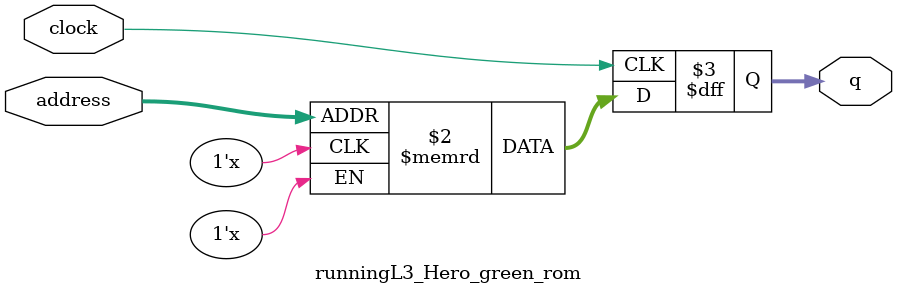
<source format=sv>
module runningL3_Hero_green_rom (
	input logic clock,
	input logic [11:0] address,
	output logic [2:0] q
);

logic [2:0] memory [0:2639] /* synthesis ram_init_file = "./runningL3_Hero_green/runningL3_Hero_green.mif" */;

always_ff @ (posedge clock) begin
	q <= memory[address];
end

endmodule

</source>
